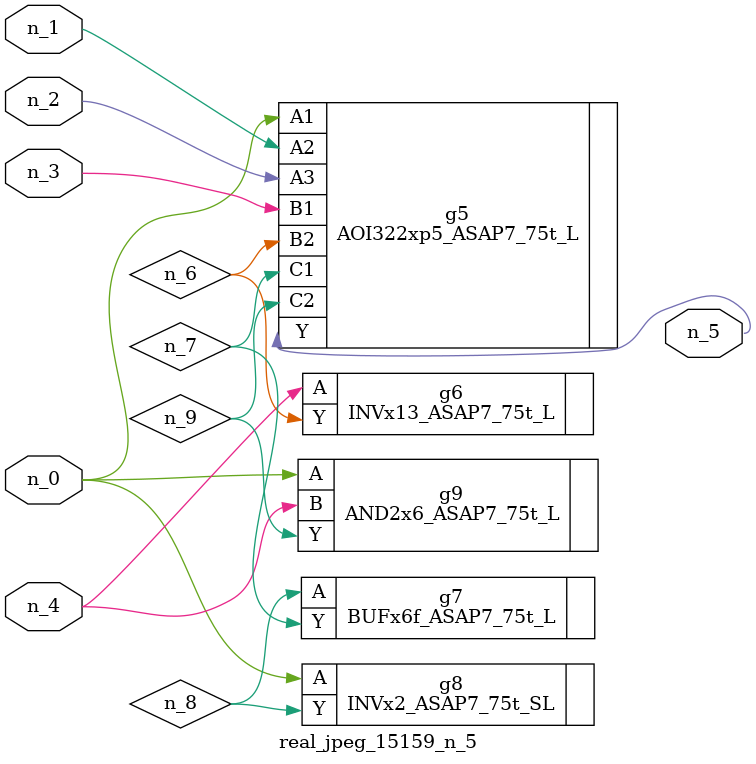
<source format=v>
module real_jpeg_15159_n_5 (n_4, n_0, n_1, n_2, n_3, n_5);

input n_4;
input n_0;
input n_1;
input n_2;
input n_3;

output n_5;

wire n_8;
wire n_6;
wire n_7;
wire n_9;

AOI322xp5_ASAP7_75t_L g5 ( 
.A1(n_0),
.A2(n_1),
.A3(n_2),
.B1(n_3),
.B2(n_6),
.C1(n_7),
.C2(n_9),
.Y(n_5)
);

INVx2_ASAP7_75t_SL g8 ( 
.A(n_0),
.Y(n_8)
);

AND2x6_ASAP7_75t_L g9 ( 
.A(n_0),
.B(n_4),
.Y(n_9)
);

INVx13_ASAP7_75t_L g6 ( 
.A(n_4),
.Y(n_6)
);

BUFx6f_ASAP7_75t_L g7 ( 
.A(n_8),
.Y(n_7)
);


endmodule
</source>
